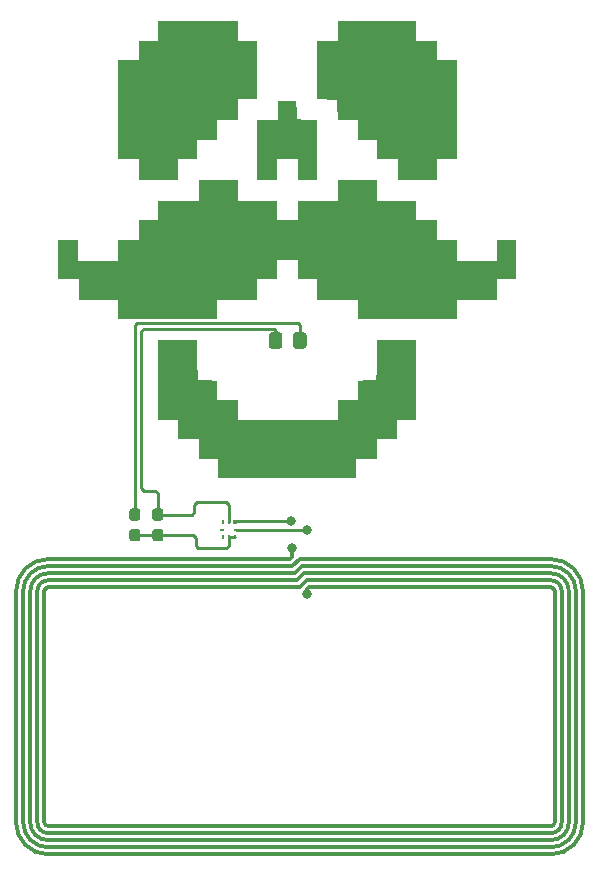
<source format=gbr>
%TF.GenerationSoftware,KiCad,Pcbnew,5.1.6*%
%TF.CreationDate,2020-10-03T01:30:16+01:00*%
%TF.ProjectId,PCB-Business-Card,5043422d-4275-4736-996e-6573732d4361,rev?*%
%TF.SameCoordinates,Original*%
%TF.FileFunction,Copper,L1,Top*%
%TF.FilePolarity,Positive*%
%FSLAX46Y46*%
G04 Gerber Fmt 4.6, Leading zero omitted, Abs format (unit mm)*
G04 Created by KiCad (PCBNEW 5.1.6) date 2020-10-03 01:30:16*
%MOMM*%
%LPD*%
G01*
G04 APERTURE LIST*
%TA.AperFunction,EtchedComponent*%
%ADD10C,0.300000*%
%TD*%
%TA.AperFunction,EtchedComponent*%
%ADD11C,0.010000*%
%TD*%
%TA.AperFunction,ComponentPad*%
%ADD12C,0.808000*%
%TD*%
%TA.AperFunction,SMDPad,CuDef*%
%ADD13R,0.450000X0.270000*%
%TD*%
%TA.AperFunction,SMDPad,CuDef*%
%ADD14R,0.370000X0.450000*%
%TD*%
%TA.AperFunction,SMDPad,CuDef*%
%ADD15R,0.270000X0.450000*%
%TD*%
%TA.AperFunction,ViaPad*%
%ADD16C,0.800000*%
%TD*%
%TA.AperFunction,Conductor*%
%ADD17C,0.250000*%
%TD*%
G04 APERTURE END LIST*
D10*
%TO.C,U2*%
X212300000Y-138500000D02*
G75*
G03*
X215000000Y-135800000I0J2700000D01*
G01*
X212300000Y-137900000D02*
G75*
G03*
X214400000Y-135800000I0J2100000D01*
G01*
X212300000Y-137300000D02*
G75*
G03*
X213800000Y-135800000I0J1500000D01*
G01*
X212300000Y-136700000D02*
G75*
G03*
X213200000Y-135800000I0J900000D01*
G01*
X212300000Y-136100000D02*
G75*
G03*
X212600000Y-135800000I0J300000D01*
G01*
X169700000Y-138500000D02*
G75*
G02*
X167000000Y-135800000I0J2700000D01*
G01*
X169700000Y-137900000D02*
G75*
G02*
X167600000Y-135800000I0J2100000D01*
G01*
X169700000Y-137300000D02*
G75*
G02*
X168200000Y-135800000I0J1500000D01*
G01*
X169700000Y-136700000D02*
G75*
G02*
X168800000Y-135800000I0J900000D01*
G01*
X169700000Y-136100000D02*
G75*
G02*
X169400000Y-135800000I0J300000D01*
G01*
X169700000Y-113500000D02*
G75*
G03*
X167000000Y-116200000I0J-2700000D01*
G01*
X169700000Y-114100000D02*
G75*
G03*
X167600000Y-116200000I0J-2100000D01*
G01*
X169700000Y-114700000D02*
G75*
G03*
X168200000Y-116200000I0J-1500000D01*
G01*
X169700000Y-115300000D02*
G75*
G03*
X168800000Y-116200000I0J-900000D01*
G01*
X169700000Y-115900000D02*
G75*
G03*
X169400000Y-116200000I0J-300000D01*
G01*
X212300000Y-113500000D02*
G75*
G02*
X215000000Y-116200000I0J-2700000D01*
G01*
X212300000Y-114100000D02*
G75*
G02*
X214400000Y-116200000I0J-2100000D01*
G01*
X212300000Y-114700000D02*
G75*
G02*
X213800000Y-116200000I0J-1500000D01*
G01*
X212300000Y-115300000D02*
G75*
G02*
X213200000Y-116200000I0J-900000D01*
G01*
X212300000Y-115900000D02*
G75*
G02*
X212600000Y-116200000I0J-300000D01*
G01*
X169700000Y-136100000D02*
X212300000Y-136100000D01*
X169700000Y-136700000D02*
X212300000Y-136700000D01*
X169700000Y-137300000D02*
X212300000Y-137300000D01*
X169700000Y-137900000D02*
X212300000Y-137900000D01*
X169700000Y-138500000D02*
X212300000Y-138500000D01*
X169400000Y-116200000D02*
X169400000Y-135800000D01*
X168800000Y-116200000D02*
X168800000Y-135800000D01*
X168200000Y-116200000D02*
X168200000Y-135800000D01*
X167600000Y-116200000D02*
X167600000Y-135800000D01*
X167000000Y-116200000D02*
X167000000Y-135800000D01*
X212600000Y-116200000D02*
X212600000Y-135800000D01*
X213200000Y-116200000D02*
X213200000Y-135800000D01*
X213800000Y-116200000D02*
X213800000Y-135800000D01*
X214400000Y-116200000D02*
X214400000Y-135800000D01*
X215000000Y-116200000D02*
X215000000Y-135800000D01*
X169700000Y-115900000D02*
X191000000Y-115900000D01*
X212300000Y-115300000D02*
X191600000Y-115300000D01*
X191000000Y-115900000D02*
X191600000Y-115300000D01*
X169700000Y-114700000D02*
X190600000Y-114700000D01*
X190600000Y-114700000D02*
X191200000Y-114100000D01*
X191200000Y-114100000D02*
X212300000Y-114100000D01*
X169700000Y-115300000D02*
X190800000Y-115300000D01*
X190800000Y-115300000D02*
X191400000Y-114700000D01*
X191400000Y-114700000D02*
X212300000Y-114700000D01*
X169700000Y-114100000D02*
X190400000Y-114100000D01*
X190400000Y-114100000D02*
X191000000Y-113500000D01*
X191000000Y-113500000D02*
X212300000Y-113500000D01*
X212300000Y-115900000D02*
X191800000Y-115900000D01*
X190365000Y-112538000D02*
X190365000Y-112665000D01*
X190365000Y-112665000D02*
X190365000Y-113335000D01*
X190365000Y-113335000D02*
X190200000Y-113500000D01*
X190200000Y-113500000D02*
X169700000Y-113500000D01*
X191635000Y-116475000D02*
X191635000Y-116065000D01*
X191635000Y-116065000D02*
X191800000Y-115900000D01*
D11*
%TO.C,Ref\u002A\u002A*%
G36*
X200796500Y-69644000D02*
G01*
X202532166Y-69644000D01*
X202532166Y-71252667D01*
X204267833Y-71252667D01*
X204267833Y-79571167D01*
X202532166Y-79571167D01*
X202532166Y-81306834D01*
X199314833Y-81306834D01*
X199314833Y-79571167D01*
X197579166Y-79571167D01*
X197579166Y-77962500D01*
X195970500Y-77962500D01*
X195970500Y-76226834D01*
X194258593Y-76226834D01*
X194247548Y-76136875D01*
X194243999Y-76094767D01*
X194238926Y-76015957D01*
X194232629Y-75906039D01*
X194225410Y-75770607D01*
X194217568Y-75615253D01*
X194209404Y-75445570D01*
X194203007Y-75306937D01*
X194194962Y-75134326D01*
X194187114Y-74975497D01*
X194179738Y-74835312D01*
X194173108Y-74718635D01*
X194167500Y-74630326D01*
X194163186Y-74575249D01*
X194160714Y-74558159D01*
X194139085Y-74555751D01*
X194080743Y-74551557D01*
X193991255Y-74545878D01*
X193876189Y-74539012D01*
X193741114Y-74531259D01*
X193591599Y-74522919D01*
X193433210Y-74514291D01*
X193271517Y-74505674D01*
X193112088Y-74497368D01*
X192960491Y-74489672D01*
X192822294Y-74482886D01*
X192703065Y-74477309D01*
X192608372Y-74473240D01*
X192543785Y-74470980D01*
X192536208Y-74470798D01*
X192530508Y-74469025D01*
X192525424Y-74462447D01*
X192520919Y-74448785D01*
X192516959Y-74425763D01*
X192513510Y-74391101D01*
X192510535Y-74342521D01*
X192508000Y-74277747D01*
X192505871Y-74194498D01*
X192504112Y-74090499D01*
X192502688Y-73963469D01*
X192501564Y-73811133D01*
X192500706Y-73631210D01*
X192500078Y-73421424D01*
X192499646Y-73179497D01*
X192499374Y-72903149D01*
X192499227Y-72590104D01*
X192499171Y-72238084D01*
X192499166Y-72057000D01*
X192499166Y-69644000D01*
X194234833Y-69644000D01*
X194234833Y-67908334D01*
X200796500Y-67908334D01*
X200796500Y-69644000D01*
G37*
X200796500Y-69644000D02*
X202532166Y-69644000D01*
X202532166Y-71252667D01*
X204267833Y-71252667D01*
X204267833Y-79571167D01*
X202532166Y-79571167D01*
X202532166Y-81306834D01*
X199314833Y-81306834D01*
X199314833Y-79571167D01*
X197579166Y-79571167D01*
X197579166Y-77962500D01*
X195970500Y-77962500D01*
X195970500Y-76226834D01*
X194258593Y-76226834D01*
X194247548Y-76136875D01*
X194243999Y-76094767D01*
X194238926Y-76015957D01*
X194232629Y-75906039D01*
X194225410Y-75770607D01*
X194217568Y-75615253D01*
X194209404Y-75445570D01*
X194203007Y-75306937D01*
X194194962Y-75134326D01*
X194187114Y-74975497D01*
X194179738Y-74835312D01*
X194173108Y-74718635D01*
X194167500Y-74630326D01*
X194163186Y-74575249D01*
X194160714Y-74558159D01*
X194139085Y-74555751D01*
X194080743Y-74551557D01*
X193991255Y-74545878D01*
X193876189Y-74539012D01*
X193741114Y-74531259D01*
X193591599Y-74522919D01*
X193433210Y-74514291D01*
X193271517Y-74505674D01*
X193112088Y-74497368D01*
X192960491Y-74489672D01*
X192822294Y-74482886D01*
X192703065Y-74477309D01*
X192608372Y-74473240D01*
X192543785Y-74470980D01*
X192536208Y-74470798D01*
X192530508Y-74469025D01*
X192525424Y-74462447D01*
X192520919Y-74448785D01*
X192516959Y-74425763D01*
X192513510Y-74391101D01*
X192510535Y-74342521D01*
X192508000Y-74277747D01*
X192505871Y-74194498D01*
X192504112Y-74090499D01*
X192502688Y-73963469D01*
X192501564Y-73811133D01*
X192500706Y-73631210D01*
X192500078Y-73421424D01*
X192499646Y-73179497D01*
X192499374Y-72903149D01*
X192499227Y-72590104D01*
X192499171Y-72238084D01*
X192499166Y-72057000D01*
X192499166Y-69644000D01*
X194234833Y-69644000D01*
X194234833Y-67908334D01*
X200796500Y-67908334D01*
X200796500Y-69644000D01*
G36*
X190637486Y-74792792D02*
G01*
X190639199Y-74849476D01*
X190642983Y-74936981D01*
X190648491Y-75049428D01*
X190655378Y-75180941D01*
X190663300Y-75325642D01*
X190671910Y-75477651D01*
X190680865Y-75631093D01*
X190689818Y-75780088D01*
X190698424Y-75918759D01*
X190706339Y-76041228D01*
X190713217Y-76141617D01*
X190718713Y-76214048D01*
X190722481Y-76252644D01*
X190723496Y-76257385D01*
X190746109Y-76260554D01*
X190806075Y-76265288D01*
X190898454Y-76271295D01*
X191018306Y-76278284D01*
X191160693Y-76285965D01*
X191320673Y-76294045D01*
X191451984Y-76300320D01*
X191627718Y-76308703D01*
X191794582Y-76317012D01*
X191946668Y-76324927D01*
X192078070Y-76332127D01*
X192182882Y-76338292D01*
X192255197Y-76343102D01*
X192282208Y-76345373D01*
X192393333Y-76356880D01*
X192393333Y-81306834D01*
X190890500Y-81306834D01*
X190890500Y-79571167D01*
X189049000Y-79571167D01*
X189049000Y-81306834D01*
X187419166Y-81306834D01*
X187419166Y-76332667D01*
X189154833Y-76332667D01*
X189154833Y-74724000D01*
X190636500Y-74724000D01*
X190637486Y-74792792D01*
G37*
X190637486Y-74792792D02*
X190639199Y-74849476D01*
X190642983Y-74936981D01*
X190648491Y-75049428D01*
X190655378Y-75180941D01*
X190663300Y-75325642D01*
X190671910Y-75477651D01*
X190680865Y-75631093D01*
X190689818Y-75780088D01*
X190698424Y-75918759D01*
X190706339Y-76041228D01*
X190713217Y-76141617D01*
X190718713Y-76214048D01*
X190722481Y-76252644D01*
X190723496Y-76257385D01*
X190746109Y-76260554D01*
X190806075Y-76265288D01*
X190898454Y-76271295D01*
X191018306Y-76278284D01*
X191160693Y-76285965D01*
X191320673Y-76294045D01*
X191451984Y-76300320D01*
X191627718Y-76308703D01*
X191794582Y-76317012D01*
X191946668Y-76324927D01*
X192078070Y-76332127D01*
X192182882Y-76338292D01*
X192255197Y-76343102D01*
X192282208Y-76345373D01*
X192393333Y-76356880D01*
X192393333Y-81306834D01*
X190890500Y-81306834D01*
X190890500Y-79571167D01*
X189049000Y-79571167D01*
X189049000Y-81306834D01*
X187419166Y-81306834D01*
X187419166Y-76332667D01*
X189154833Y-76332667D01*
X189154833Y-74724000D01*
X190636500Y-74724000D01*
X190637486Y-74792792D01*
G36*
X185704666Y-69644000D02*
G01*
X187313333Y-69644000D01*
X187313333Y-74491167D01*
X185704666Y-74491167D01*
X185704666Y-76226834D01*
X183969000Y-76226834D01*
X183969000Y-77962500D01*
X182233333Y-77962500D01*
X182233333Y-79571167D01*
X180624666Y-79571167D01*
X180624666Y-81306834D01*
X177407333Y-81306834D01*
X177407333Y-79571167D01*
X175671666Y-79571167D01*
X175671666Y-71252667D01*
X177407333Y-71252667D01*
X177407333Y-69644000D01*
X178994833Y-69644000D01*
X178994833Y-67908334D01*
X185704666Y-67908334D01*
X185704666Y-69644000D01*
G37*
X185704666Y-69644000D02*
X187313333Y-69644000D01*
X187313333Y-74491167D01*
X185704666Y-74491167D01*
X185704666Y-76226834D01*
X183969000Y-76226834D01*
X183969000Y-77962500D01*
X182233333Y-77962500D01*
X182233333Y-79571167D01*
X180624666Y-79571167D01*
X180624666Y-81306834D01*
X177407333Y-81306834D01*
X177407333Y-79571167D01*
X175671666Y-79571167D01*
X175671666Y-71252667D01*
X177407333Y-71252667D01*
X177407333Y-69644000D01*
X178994833Y-69644000D01*
X178994833Y-67908334D01*
X185704666Y-67908334D01*
X185704666Y-69644000D01*
G36*
X185704666Y-83148334D02*
G01*
X189049000Y-83148334D01*
X189049000Y-84757000D01*
X190890500Y-84757000D01*
X190890500Y-83148334D01*
X194234833Y-83148334D01*
X194234833Y-81412667D01*
X197473333Y-81412667D01*
X197473333Y-83148334D01*
X200796500Y-83148334D01*
X200796500Y-84757000D01*
X202532166Y-84757000D01*
X202532166Y-86492667D01*
X204267833Y-86492667D01*
X204267833Y-88228334D01*
X207739166Y-88228334D01*
X207739166Y-86492667D01*
X209220833Y-86492667D01*
X209220833Y-89710000D01*
X207612166Y-89710000D01*
X207612166Y-91445667D01*
X204267833Y-91445667D01*
X204267833Y-93054334D01*
X195970500Y-93054334D01*
X195970500Y-91445667D01*
X192499166Y-91445667D01*
X192499166Y-89710000D01*
X190890500Y-89710000D01*
X190890500Y-88122500D01*
X189049000Y-88122500D01*
X189049000Y-89710000D01*
X187313333Y-89710000D01*
X187313333Y-91445667D01*
X183969000Y-91445667D01*
X183969000Y-93054334D01*
X175671666Y-93054334D01*
X175671666Y-91445667D01*
X172327333Y-91445667D01*
X172327333Y-89710000D01*
X170591666Y-89710000D01*
X170591666Y-86492667D01*
X172200333Y-86492667D01*
X172200333Y-88228334D01*
X175671666Y-88228334D01*
X175671666Y-86492667D01*
X177407333Y-86492667D01*
X177407333Y-84757000D01*
X178994833Y-84757000D01*
X178994833Y-83148334D01*
X182465691Y-83148334D01*
X182471220Y-82285792D01*
X182476750Y-81423250D01*
X185704666Y-81412402D01*
X185704666Y-83148334D01*
G37*
X185704666Y-83148334D02*
X189049000Y-83148334D01*
X189049000Y-84757000D01*
X190890500Y-84757000D01*
X190890500Y-83148334D01*
X194234833Y-83148334D01*
X194234833Y-81412667D01*
X197473333Y-81412667D01*
X197473333Y-83148334D01*
X200796500Y-83148334D01*
X200796500Y-84757000D01*
X202532166Y-84757000D01*
X202532166Y-86492667D01*
X204267833Y-86492667D01*
X204267833Y-88228334D01*
X207739166Y-88228334D01*
X207739166Y-86492667D01*
X209220833Y-86492667D01*
X209220833Y-89710000D01*
X207612166Y-89710000D01*
X207612166Y-91445667D01*
X204267833Y-91445667D01*
X204267833Y-93054334D01*
X195970500Y-93054334D01*
X195970500Y-91445667D01*
X192499166Y-91445667D01*
X192499166Y-89710000D01*
X190890500Y-89710000D01*
X190890500Y-88122500D01*
X189049000Y-88122500D01*
X189049000Y-89710000D01*
X187313333Y-89710000D01*
X187313333Y-91445667D01*
X183969000Y-91445667D01*
X183969000Y-93054334D01*
X175671666Y-93054334D01*
X175671666Y-91445667D01*
X172327333Y-91445667D01*
X172327333Y-89710000D01*
X170591666Y-89710000D01*
X170591666Y-86492667D01*
X172200333Y-86492667D01*
X172200333Y-88228334D01*
X175671666Y-88228334D01*
X175671666Y-86492667D01*
X177407333Y-86492667D01*
X177407333Y-84757000D01*
X178994833Y-84757000D01*
X178994833Y-83148334D01*
X182465691Y-83148334D01*
X182471220Y-82285792D01*
X182476750Y-81423250D01*
X185704666Y-81412402D01*
X185704666Y-83148334D01*
G36*
X182220606Y-94964625D02*
G01*
X182222489Y-94992919D01*
X182225095Y-95060203D01*
X182228341Y-95163145D01*
X182232144Y-95298408D01*
X182236419Y-95462660D01*
X182241084Y-95652566D01*
X182246055Y-95864790D01*
X182251248Y-96095999D01*
X182256579Y-96342859D01*
X182261964Y-96602034D01*
X182263167Y-96661311D01*
X182268491Y-96921515D01*
X182273689Y-97169215D01*
X182278687Y-97401190D01*
X182283408Y-97614215D01*
X182287778Y-97805067D01*
X182291719Y-97970525D01*
X182295158Y-98107364D01*
X182298018Y-98212363D01*
X182300224Y-98282297D01*
X182301700Y-98313944D01*
X182301949Y-98315499D01*
X182323575Y-98317563D01*
X182382936Y-98321273D01*
X182475476Y-98326394D01*
X182596639Y-98332691D01*
X182741868Y-98339928D01*
X182906608Y-98347871D01*
X183086301Y-98356284D01*
X183138208Y-98358670D01*
X183969000Y-98396714D01*
X183969000Y-99997000D01*
X185704666Y-99997000D01*
X185704666Y-101732667D01*
X194234833Y-101732667D01*
X194234833Y-99997000D01*
X195970500Y-99997000D01*
X195970500Y-98396735D01*
X196737791Y-98358780D01*
X196913311Y-98350014D01*
X197074850Y-98341784D01*
X197217688Y-98334344D01*
X197337106Y-98327946D01*
X197428384Y-98322844D01*
X197486804Y-98319289D01*
X197507644Y-98317538D01*
X197508553Y-98296407D01*
X197510255Y-98236871D01*
X197512663Y-98142850D01*
X197515694Y-98018262D01*
X197519261Y-97867027D01*
X197523279Y-97693064D01*
X197527663Y-97500292D01*
X197532326Y-97292630D01*
X197537185Y-97073998D01*
X197542152Y-96848315D01*
X197547144Y-96619500D01*
X197552073Y-96391472D01*
X197556856Y-96168151D01*
X197561406Y-95953456D01*
X197565638Y-95751306D01*
X197569467Y-95565620D01*
X197572807Y-95400317D01*
X197575573Y-95259318D01*
X197577680Y-95146540D01*
X197579041Y-95065904D01*
X197579572Y-95021328D01*
X197579573Y-95017542D01*
X197579166Y-94917000D01*
X200796500Y-94917000D01*
X200796500Y-101605667D01*
X199209000Y-101605667D01*
X199209000Y-103214334D01*
X197473333Y-103214334D01*
X197473333Y-104950000D01*
X195716500Y-104950000D01*
X195716500Y-106558667D01*
X184074833Y-106558667D01*
X184074833Y-104950509D01*
X183275791Y-104944963D01*
X182476750Y-104939417D01*
X182471220Y-104076875D01*
X182465691Y-103214334D01*
X180730500Y-103214334D01*
X180730500Y-101605667D01*
X178994833Y-101605667D01*
X178994833Y-94917000D01*
X182211360Y-94917000D01*
X182220606Y-94964625D01*
G37*
X182220606Y-94964625D02*
X182222489Y-94992919D01*
X182225095Y-95060203D01*
X182228341Y-95163145D01*
X182232144Y-95298408D01*
X182236419Y-95462660D01*
X182241084Y-95652566D01*
X182246055Y-95864790D01*
X182251248Y-96095999D01*
X182256579Y-96342859D01*
X182261964Y-96602034D01*
X182263167Y-96661311D01*
X182268491Y-96921515D01*
X182273689Y-97169215D01*
X182278687Y-97401190D01*
X182283408Y-97614215D01*
X182287778Y-97805067D01*
X182291719Y-97970525D01*
X182295158Y-98107364D01*
X182298018Y-98212363D01*
X182300224Y-98282297D01*
X182301700Y-98313944D01*
X182301949Y-98315499D01*
X182323575Y-98317563D01*
X182382936Y-98321273D01*
X182475476Y-98326394D01*
X182596639Y-98332691D01*
X182741868Y-98339928D01*
X182906608Y-98347871D01*
X183086301Y-98356284D01*
X183138208Y-98358670D01*
X183969000Y-98396714D01*
X183969000Y-99997000D01*
X185704666Y-99997000D01*
X185704666Y-101732667D01*
X194234833Y-101732667D01*
X194234833Y-99997000D01*
X195970500Y-99997000D01*
X195970500Y-98396735D01*
X196737791Y-98358780D01*
X196913311Y-98350014D01*
X197074850Y-98341784D01*
X197217688Y-98334344D01*
X197337106Y-98327946D01*
X197428384Y-98322844D01*
X197486804Y-98319289D01*
X197507644Y-98317538D01*
X197508553Y-98296407D01*
X197510255Y-98236871D01*
X197512663Y-98142850D01*
X197515694Y-98018262D01*
X197519261Y-97867027D01*
X197523279Y-97693064D01*
X197527663Y-97500292D01*
X197532326Y-97292630D01*
X197537185Y-97073998D01*
X197542152Y-96848315D01*
X197547144Y-96619500D01*
X197552073Y-96391472D01*
X197556856Y-96168151D01*
X197561406Y-95953456D01*
X197565638Y-95751306D01*
X197569467Y-95565620D01*
X197572807Y-95400317D01*
X197575573Y-95259318D01*
X197577680Y-95146540D01*
X197579041Y-95065904D01*
X197579572Y-95021328D01*
X197579573Y-95017542D01*
X197579166Y-94917000D01*
X200796500Y-94917000D01*
X200796500Y-101605667D01*
X199209000Y-101605667D01*
X199209000Y-103214334D01*
X197473333Y-103214334D01*
X197473333Y-104950000D01*
X195716500Y-104950000D01*
X195716500Y-106558667D01*
X184074833Y-106558667D01*
X184074833Y-104950509D01*
X183275791Y-104944963D01*
X182476750Y-104939417D01*
X182471220Y-104076875D01*
X182465691Y-103214334D01*
X180730500Y-103214334D01*
X180730500Y-101605667D01*
X178994833Y-101605667D01*
X178994833Y-94917000D01*
X182211360Y-94917000D01*
X182220606Y-94964625D01*
%TD*%
D12*
%TO.P,U2,1*%
%TO.N,Net-(U1-Pad1)*%
X190370000Y-112550000D03*
%TO.P,U2,2*%
%TO.N,Net-(U1-Pad8)*%
X191635000Y-116475000D03*
%TD*%
D13*
%TO.P,U1,8*%
%TO.N,Net-(U1-Pad8)*%
X185600000Y-111000000D03*
%TO.P,U1,4*%
%TO.N,Net-(U1-Pad4)*%
X184400000Y-111000000D03*
D14*
%TO.P,U1,1*%
%TO.N,Net-(U1-Pad1)*%
X185550000Y-110400000D03*
D15*
%TO.P,U1,7*%
%TO.N,Net-(C1-Pad1)*%
X185500000Y-111600000D03*
%TO.P,U1,3*%
%TO.N,Net-(U1-Pad3)*%
X184500000Y-110400000D03*
%TO.P,U1,5*%
%TO.N,Net-(U1-Pad5)*%
X184500000Y-111600000D03*
%TO.P,U1,2*%
%TO.N,Net-(C1-Pad2)*%
X185000000Y-110400000D03*
%TO.P,U1,6*%
%TO.N,Net-(C1-Pad1)*%
X185000000Y-111600000D03*
%TD*%
%TO.P,R1,2*%
%TO.N,Net-(D1-Pad2)*%
%TA.AperFunction,SMDPad,CuDef*%
G36*
G01*
X177297500Y-110260000D02*
X176822500Y-110260000D01*
G75*
G02*
X176585000Y-110022500I0J237500D01*
G01*
X176585000Y-109447500D01*
G75*
G02*
X176822500Y-109210000I237500J0D01*
G01*
X177297500Y-109210000D01*
G75*
G02*
X177535000Y-109447500I0J-237500D01*
G01*
X177535000Y-110022500D01*
G75*
G02*
X177297500Y-110260000I-237500J0D01*
G01*
G37*
%TD.AperFunction*%
%TO.P,R1,1*%
%TO.N,Net-(C1-Pad1)*%
%TA.AperFunction,SMDPad,CuDef*%
G36*
G01*
X177297500Y-112010000D02*
X176822500Y-112010000D01*
G75*
G02*
X176585000Y-111772500I0J237500D01*
G01*
X176585000Y-111197500D01*
G75*
G02*
X176822500Y-110960000I237500J0D01*
G01*
X177297500Y-110960000D01*
G75*
G02*
X177535000Y-111197500I0J-237500D01*
G01*
X177535000Y-111772500D01*
G75*
G02*
X177297500Y-112010000I-237500J0D01*
G01*
G37*
%TD.AperFunction*%
%TD*%
%TO.P,D1,2*%
%TO.N,Net-(D1-Pad2)*%
%TA.AperFunction,SMDPad,CuDef*%
G36*
G01*
X190450000Y-95450001D02*
X190450000Y-94549999D01*
G75*
G02*
X190699999Y-94300000I249999J0D01*
G01*
X191350001Y-94300000D01*
G75*
G02*
X191600000Y-94549999I0J-249999D01*
G01*
X191600000Y-95450001D01*
G75*
G02*
X191350001Y-95700000I-249999J0D01*
G01*
X190699999Y-95700000D01*
G75*
G02*
X190450000Y-95450001I0J249999D01*
G01*
G37*
%TD.AperFunction*%
%TO.P,D1,1*%
%TO.N,Net-(C1-Pad2)*%
%TA.AperFunction,SMDPad,CuDef*%
G36*
G01*
X188400000Y-95450001D02*
X188400000Y-94549999D01*
G75*
G02*
X188649999Y-94300000I249999J0D01*
G01*
X189300001Y-94300000D01*
G75*
G02*
X189550000Y-94549999I0J-249999D01*
G01*
X189550000Y-95450001D01*
G75*
G02*
X189300001Y-95700000I-249999J0D01*
G01*
X188649999Y-95700000D01*
G75*
G02*
X188400000Y-95450001I0J249999D01*
G01*
G37*
%TD.AperFunction*%
%TD*%
%TO.P,C1,2*%
%TO.N,Net-(C1-Pad2)*%
%TA.AperFunction,SMDPad,CuDef*%
G36*
G01*
X179237500Y-110255000D02*
X178762500Y-110255000D01*
G75*
G02*
X178525000Y-110017500I0J237500D01*
G01*
X178525000Y-109442500D01*
G75*
G02*
X178762500Y-109205000I237500J0D01*
G01*
X179237500Y-109205000D01*
G75*
G02*
X179475000Y-109442500I0J-237500D01*
G01*
X179475000Y-110017500D01*
G75*
G02*
X179237500Y-110255000I-237500J0D01*
G01*
G37*
%TD.AperFunction*%
%TO.P,C1,1*%
%TO.N,Net-(C1-Pad1)*%
%TA.AperFunction,SMDPad,CuDef*%
G36*
G01*
X179237500Y-112005000D02*
X178762500Y-112005000D01*
G75*
G02*
X178525000Y-111767500I0J237500D01*
G01*
X178525000Y-111192500D01*
G75*
G02*
X178762500Y-110955000I237500J0D01*
G01*
X179237500Y-110955000D01*
G75*
G02*
X179475000Y-111192500I0J-237500D01*
G01*
X179475000Y-111767500D01*
G75*
G02*
X179237500Y-112005000I-237500J0D01*
G01*
G37*
%TD.AperFunction*%
%TD*%
D16*
%TO.N,Net-(U1-Pad8)*%
X191600000Y-111000000D03*
%TO.N,Net-(U1-Pad1)*%
X190300000Y-110275000D03*
%TD*%
D17*
%TO.N,Net-(C1-Pad2)*%
X185000000Y-108900000D02*
X185000000Y-110400000D01*
X182300000Y-108700000D02*
X184800000Y-108700000D01*
X182100000Y-108900000D02*
X182300000Y-108700000D01*
X182100000Y-109500000D02*
X182100000Y-108900000D01*
X184800000Y-108700000D02*
X185000000Y-108900000D01*
X181870000Y-109730000D02*
X182100000Y-109500000D01*
X179000000Y-109730000D02*
X181870000Y-109730000D01*
X188975000Y-94175000D02*
X188975000Y-95000000D01*
X188800000Y-94000000D02*
X188975000Y-94175000D01*
X177800000Y-94000000D02*
X188800000Y-94000000D01*
X177600000Y-94200000D02*
X177800000Y-94000000D01*
X177600000Y-107500000D02*
X177600000Y-94200000D01*
X177800000Y-107700000D02*
X177600000Y-107500000D01*
X178800000Y-107700000D02*
X177800000Y-107700000D01*
X179000000Y-107900000D02*
X178800000Y-107700000D01*
X179000000Y-109730000D02*
X179000000Y-107900000D01*
%TO.N,Net-(C1-Pad1)*%
X178995000Y-111485000D02*
X179000000Y-111480000D01*
X177060000Y-111485000D02*
X178995000Y-111485000D01*
X185500000Y-111600000D02*
X185000000Y-111600000D01*
X185000000Y-112400000D02*
X185000000Y-111600000D01*
X184800000Y-112600000D02*
X185000000Y-112400000D01*
X182400000Y-112600000D02*
X184800000Y-112600000D01*
X182200000Y-112400000D02*
X182400000Y-112600000D01*
X182200000Y-111700000D02*
X182200000Y-112400000D01*
X181980000Y-111480000D02*
X182200000Y-111700000D01*
X179000000Y-111480000D02*
X181980000Y-111480000D01*
%TO.N,Net-(D1-Pad2)*%
X191025000Y-93675000D02*
X191025000Y-95000000D01*
X190850000Y-93500000D02*
X191025000Y-93675000D01*
X177250000Y-93500000D02*
X190850000Y-93500000D01*
X177060000Y-93690000D02*
X177250000Y-93500000D01*
X177060000Y-109735000D02*
X177060000Y-93690000D01*
%TO.N,Net-(U1-Pad8)*%
X191600000Y-111000000D02*
X185600000Y-111000000D01*
%TO.N,Net-(U1-Pad1)*%
X185675000Y-110275000D02*
X185550000Y-110400000D01*
X190300000Y-110275000D02*
X185675000Y-110275000D01*
%TD*%
M02*

</source>
